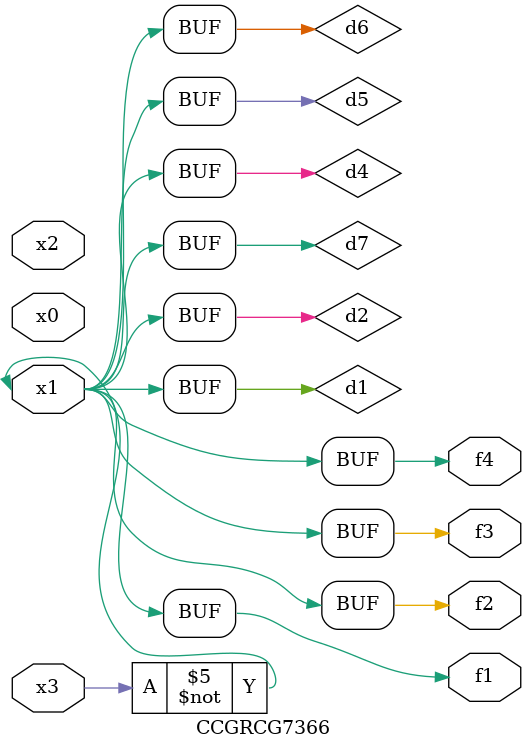
<source format=v>
module CCGRCG7366(
	input x0, x1, x2, x3,
	output f1, f2, f3, f4
);

	wire d1, d2, d3, d4, d5, d6, d7;

	not (d1, x3);
	buf (d2, x1);
	xnor (d3, d1, d2);
	nor (d4, d1);
	buf (d5, d1, d2);
	buf (d6, d4, d5);
	nand (d7, d4);
	assign f1 = d6;
	assign f2 = d7;
	assign f3 = d6;
	assign f4 = d6;
endmodule

</source>
